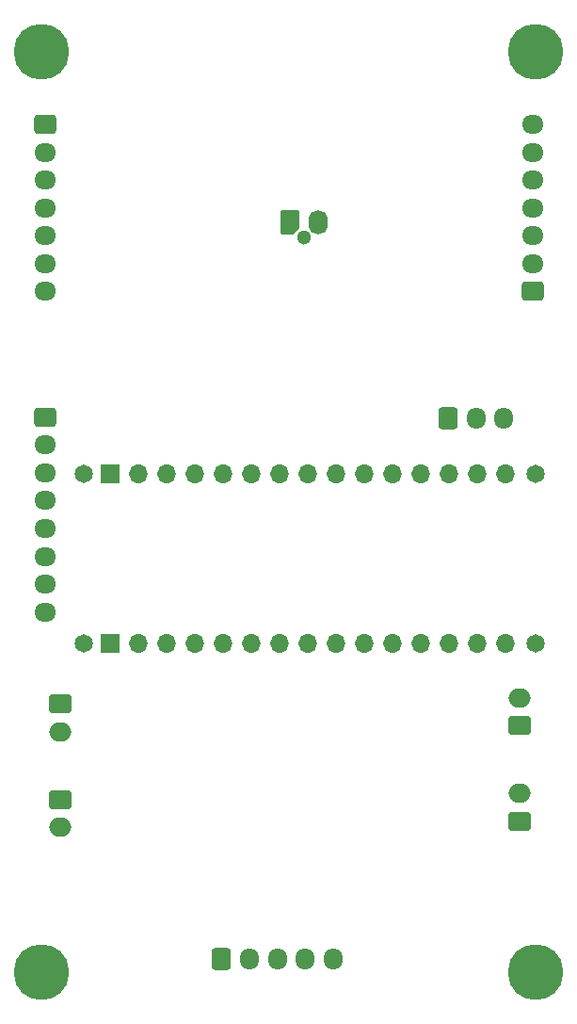
<source format=gbr>
%TF.GenerationSoftware,KiCad,Pcbnew,9.0.0*%
%TF.CreationDate,2025-05-01T21:30:10-04:00*%
%TF.ProjectId,StarterController_Nano,53746172-7465-4724-936f-6e74726f6c6c,rev?*%
%TF.SameCoordinates,Original*%
%TF.FileFunction,Soldermask,Bot*%
%TF.FilePolarity,Negative*%
%FSLAX46Y46*%
G04 Gerber Fmt 4.6, Leading zero omitted, Abs format (unit mm)*
G04 Created by KiCad (PCBNEW 9.0.0) date 2025-05-01 21:30:10*
%MOMM*%
%LPD*%
G01*
G04 APERTURE LIST*
G04 Aperture macros list*
%AMRoundRect*
0 Rectangle with rounded corners*
0 $1 Rounding radius*
0 $2 $3 $4 $5 $6 $7 $8 $9 X,Y pos of 4 corners*
0 Add a 4 corners polygon primitive as box body*
4,1,4,$2,$3,$4,$5,$6,$7,$8,$9,$2,$3,0*
0 Add four circle primitives for the rounded corners*
1,1,$1+$1,$2,$3*
1,1,$1+$1,$4,$5*
1,1,$1+$1,$6,$7*
1,1,$1+$1,$8,$9*
0 Add four rect primitives between the rounded corners*
20,1,$1+$1,$2,$3,$4,$5,0*
20,1,$1+$1,$4,$5,$6,$7,0*
20,1,$1+$1,$6,$7,$8,$9,0*
20,1,$1+$1,$8,$9,$2,$3,0*%
%AMFreePoly0*
4,1,22,0.945671,0.830970,1.026777,0.776777,1.080970,0.695671,1.100000,0.600000,1.100000,-0.600000,1.080970,-0.695671,1.026777,-0.776777,0.945671,-0.830970,0.850000,-0.850000,-0.450000,-0.850000,-0.545671,-0.830970,-0.626777,-0.776777,-1.026777,-0.376777,-1.080970,-0.295671,-1.100000,-0.200000,-1.100000,0.600000,-1.080970,0.695671,-1.026777,0.776777,-0.945671,0.830970,-0.850000,0.850000,
0.850000,0.850000,0.945671,0.830970,0.945671,0.830970,$1*%
G04 Aperture macros list end*
%ADD10RoundRect,0.250000X-0.725000X0.600000X-0.725000X-0.600000X0.725000X-0.600000X0.725000X0.600000X0*%
%ADD11O,1.950000X1.700000*%
%ADD12RoundRect,0.250000X0.725000X-0.600000X0.725000X0.600000X-0.725000X0.600000X-0.725000X-0.600000X0*%
%ADD13C,1.651000*%
%ADD14R,1.700000X1.700000*%
%ADD15O,1.700000X1.700000*%
%ADD16RoundRect,0.250000X-0.600000X-0.725000X0.600000X-0.725000X0.600000X0.725000X-0.600000X0.725000X0*%
%ADD17O,1.700000X1.950000*%
%ADD18C,5.000000*%
%ADD19RoundRect,0.250000X0.750000X-0.600000X0.750000X0.600000X-0.750000X0.600000X-0.750000X-0.600000X0*%
%ADD20O,2.000000X1.700000*%
%ADD21C,1.300000*%
%ADD22FreePoly0,90.000000*%
%ADD23O,1.700000X2.200000*%
%ADD24RoundRect,0.250000X-0.750000X0.600000X-0.750000X-0.600000X0.750000X-0.600000X0.750000X0.600000X0*%
G04 APERTURE END LIST*
D10*
%TO.C,J1*%
X97800000Y-78400000D03*
D11*
X97800000Y-80900000D03*
X97800000Y-83400000D03*
X97800000Y-85900000D03*
X97800000Y-88400000D03*
X97800000Y-90900000D03*
X97800000Y-93400000D03*
X97800000Y-95900000D03*
%TD*%
D10*
%TO.C,J4*%
X97800000Y-52100000D03*
D11*
X97800000Y-54600000D03*
X97800000Y-57100000D03*
X97800000Y-59600000D03*
X97800000Y-62100000D03*
X97800000Y-64600000D03*
X97800000Y-67100000D03*
%TD*%
D12*
%TO.C,J3*%
X141649840Y-67100000D03*
D11*
X141649840Y-64600000D03*
X141649840Y-62100000D03*
X141649840Y-59600000D03*
X141649840Y-57100000D03*
X141649840Y-54600000D03*
X141649840Y-52100000D03*
%TD*%
D13*
%TO.C,MH2*%
X101270000Y-83490000D03*
%TD*%
D14*
%TO.C,J13*%
X103710000Y-83500000D03*
D15*
X106250000Y-83500000D03*
X108790000Y-83500000D03*
X111330000Y-83500000D03*
X113870000Y-83500000D03*
X116410000Y-83500000D03*
X118950000Y-83500000D03*
X121490000Y-83500000D03*
X124030000Y-83500000D03*
X126570000Y-83500000D03*
X129110000Y-83500000D03*
X131650000Y-83500000D03*
X134190000Y-83500000D03*
X136730000Y-83500000D03*
X139270000Y-83500000D03*
%TD*%
D16*
%TO.C,J2*%
X113700000Y-127100000D03*
D17*
X116200000Y-127100000D03*
X118700000Y-127100000D03*
X121200000Y-127100000D03*
X123700000Y-127100000D03*
%TD*%
D16*
%TO.C,J5*%
X134100000Y-78500000D03*
D17*
X136600000Y-78500000D03*
X139100000Y-78500000D03*
%TD*%
D13*
%TO.C,MH4*%
X141910000Y-98730000D03*
%TD*%
D18*
%TO.C,H2*%
X141949840Y-45563000D03*
%TD*%
D13*
%TO.C,MH1*%
X101270000Y-98730000D03*
%TD*%
D19*
%TO.C,J9*%
X140500000Y-106100000D03*
D20*
X140500000Y-103600000D03*
%TD*%
D21*
%TO.C,J6*%
X121100000Y-62210000D03*
D22*
X119850000Y-60870000D03*
D23*
X122350000Y-60870000D03*
%TD*%
D24*
%TO.C,J10*%
X99200000Y-112750000D03*
D20*
X99200000Y-115250000D03*
%TD*%
D13*
%TO.C,MH3*%
X141910000Y-83490000D03*
%TD*%
D24*
%TO.C,J7*%
X99200000Y-104150000D03*
D20*
X99200000Y-106650000D03*
%TD*%
D18*
%TO.C,H4*%
X141949840Y-128240000D03*
%TD*%
%TO.C,H3*%
X97500000Y-128240000D03*
%TD*%
D14*
%TO.C,J12*%
X103670000Y-98705000D03*
D15*
X106210000Y-98705000D03*
X108750000Y-98705000D03*
X111290000Y-98705000D03*
X113830000Y-98705000D03*
X116370000Y-98705000D03*
X118910000Y-98705000D03*
X121450000Y-98705000D03*
X123990000Y-98705000D03*
X126530000Y-98705000D03*
X129070000Y-98705000D03*
X131610000Y-98705000D03*
X134150000Y-98705000D03*
X136690000Y-98705000D03*
X139230000Y-98705000D03*
%TD*%
D19*
%TO.C,J8*%
X140500000Y-114700000D03*
D20*
X140500000Y-112200000D03*
%TD*%
D18*
%TO.C,H1*%
X97500000Y-45563000D03*
%TD*%
M02*

</source>
